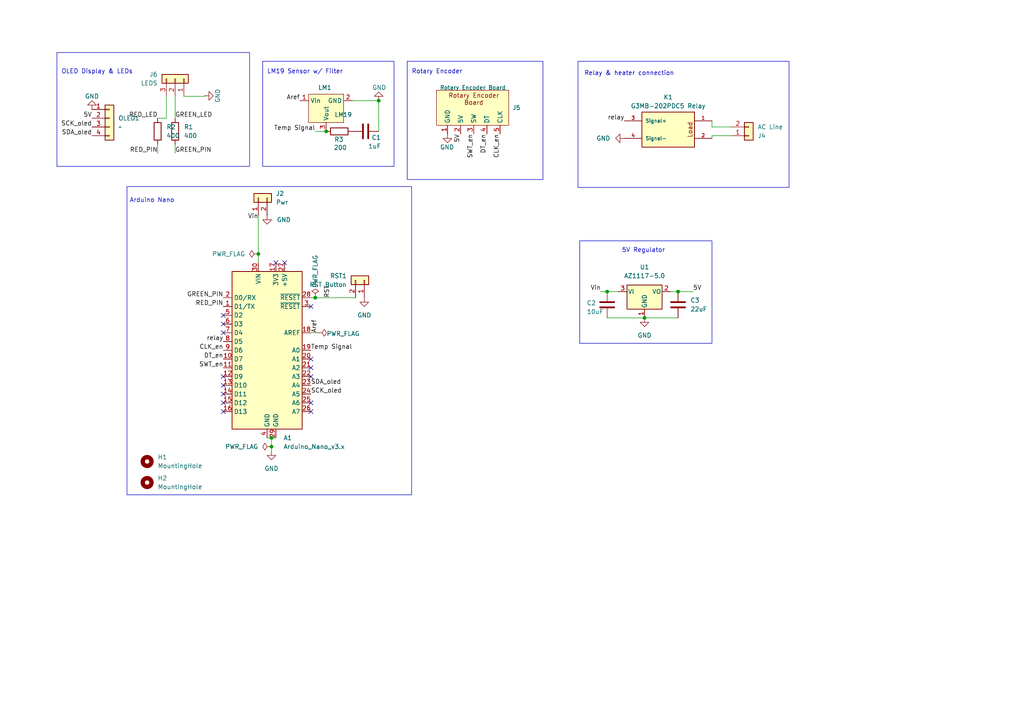
<source format=kicad_sch>
(kicad_sch (version 20230121) (generator eeschema)

  (uuid d8fc3d27-a4d8-494c-b96b-7c1398612458)

  (paper "A4")

  (lib_symbols
    (symbol "000_Thomas_Symbols:G3MB-202PDC5 Relay" (pin_names (offset 1.016)) (in_bom yes) (on_board yes)
      (property "Reference" "K" (at -0.635 6.35 0)
        (effects (font (size 1.27 1.27)) (justify left bottom))
      )
      (property "Value" "G3MB-202PDC5 Relay" (at -9.525 -6.35 0)
        (effects (font (size 1.27 1.27)) (justify left top))
      )
      (property "Footprint" "000_Thomas_Footprints:G3MB-202PDC5 Relay" (at 0 12.7 0)
        (effects (font (size 1.27 1.27)) (justify bottom) hide)
      )
      (property "Datasheet" "https://media.digikey.com/pdf/Data%20Sheets/Omron%20PDFs/G3MB.pdf" (at 1.27 9.525 0)
        (effects (font (size 1.27 1.27)) hide)
      )
      (property "STANDARD" "Manufacturer Recommendations" (at 0 17.145 0)
        (effects (font (size 1.27 1.27)) (justify bottom) hide)
      )
      (property "PARTREV" "J091-E1-1A" (at 0 10.795 0)
        (effects (font (size 1.27 1.27)) (justify bottom) hide)
      )
      (property "MAXIMUM_PACKAGE_HEIGHT" "20.5mm" (at 0 14.605 0)
        (effects (font (size 1.27 1.27)) (justify bottom) hide)
      )
      (property "MANUFACTURER" "OMRON" (at 8.255 15.24 0)
        (effects (font (size 1.27 1.27)) (justify bottom) hide)
      )
      (property "ki_description" "Solid State Relay" (at 0 0 0)
        (effects (font (size 1.27 1.27)) hide)
      )
      (symbol "G3MB-202PDC5 Relay_0_0"
        (rectangle (start -7.62 5.08) (end 7.62 -5.08)
          (stroke (width 0.254) (type default))
          (fill (type background))
        )
        (pin passive line (at 12.7 2.54 180) (length 5.08)
          (name "~" (effects (font (size 1.016 1.016))))
          (number "1" (effects (font (size 1.016 1.016))))
        )
        (pin passive line (at 12.7 -2.54 180) (length 5.08)
          (name "~" (effects (font (size 1.016 1.016))))
          (number "2" (effects (font (size 1.016 1.016))))
        )
      )
      (symbol "G3MB-202PDC5 Relay_1_0"
        (pin passive line (at -12.7 2.54 0) (length 5.08)
          (name "Signal+" (effects (font (size 1.016 1.016))))
          (number "3" (effects (font (size 1.016 1.016))))
        )
        (pin passive line (at -12.7 -2.54 0) (length 5.08)
          (name "Signal-" (effects (font (size 1.016 1.016))))
          (number "4" (effects (font (size 1.016 1.016))))
        )
      )
      (symbol "G3MB-202PDC5 Relay_1_1"
        (text "Load\n" (at 6.35 0 900)
          (effects (font (size 1.27 1.27)))
        )
      )
    )
    (symbol "000_Thomas_Symbols:LM19" (in_bom yes) (on_board yes)
      (property "Reference" "U" (at 0 0 0)
        (effects (font (size 1.27 1.27)))
      )
      (property "Value" "" (at 0 0 0)
        (effects (font (size 1.27 1.27)))
      )
      (property "Footprint" "000_Thomas_Footprints:LM19" (at 9.525 -22.225 0)
        (effects (font (size 1.27 1.27)) hide)
      )
      (property "Datasheet" "https://www.ti.com/lit/ds/symlink/lm19.pdf?HQS=dis-dk-null-digikeymode-dsf-pf-null-wwe&ts=1690457808342&ref_url=https%253A%252F%252Fwww.ti.com%252Fgeneral%252Fdocs%252Fsuppproductinfo.tsp%253FdistId%253D10%2526gotoUrl%253Dhttps%253A%252F%252Fwww.ti.com%252Flit%252Fgpn%252Flm19" (at 12.065 -19.685 0)
        (effects (font (size 1.27 1.27)) hide)
      )
      (symbol "LM19_1_1"
        (rectangle (start -5.08 -1.905) (end 5.08 -10.16)
          (stroke (width 0) (type default))
          (fill (type background))
        )
        (pin power_in line (at -7.62 -3.81 0) (length 2.54)
          (name "Vin" (effects (font (size 1.27 1.27))))
          (number "1" (effects (font (size 1.27 1.27))))
        )
        (pin power_in line (at 7.62 -3.81 180) (length 2.54)
          (name "GND" (effects (font (size 1.27 1.27))))
          (number "2" (effects (font (size 1.27 1.27))))
        )
        (pin passive line (at 0 -12.7 90) (length 2.54)
          (name "Vout" (effects (font (size 1.27 1.27))))
          (number "3" (effects (font (size 1.27 1.27))))
        )
      )
    )
    (symbol "000_Thomas_Symbols:Rotary_Encoder_Board" (in_bom yes) (on_board yes)
      (property "Reference" "J" (at 0 12.065 0)
        (effects (font (size 1.27 1.27)))
      )
      (property "Value" "Rotary Encoder Board" (at 0 10.16 0)
        (effects (font (size 1.27 1.27)))
      )
      (property "Footprint" "" (at 0 8.255 0)
        (effects (font (size 1.27 1.27)) hide)
      )
      (property "Datasheet" "" (at 0 8.255 0)
        (effects (font (size 1.27 1.27)) hide)
      )
      (property "ki_fp_filters" "PinSocket_1x05_* PinHeader_1x05_*" (at 0 0 0)
        (effects (font (size 1.27 1.27)) hide)
      )
      (symbol "Rotary_Encoder_Board_1_1"
        (rectangle (start -10.795 10.16) (end 10.16 0)
          (stroke (width 0) (type default))
          (fill (type background))
        )
        (text "Rotary Encoder\nBoard" (at 0 7.62 0)
          (effects (font (size 1.27 1.27)))
        )
        (pin power_in line (at -7.62 -2.54 90) (length 2.54)
          (name "GND" (effects (font (size 1.27 1.27))))
          (number "1" (effects (font (size 1.27 1.27))))
        )
        (pin power_in line (at -3.81 -2.54 90) (length 2.54)
          (name "5V" (effects (font (size 1.27 1.27))))
          (number "2" (effects (font (size 1.27 1.27))))
        )
        (pin passive line (at 0 -2.54 90) (length 2.54)
          (name "SW" (effects (font (size 1.27 1.27))))
          (number "3" (effects (font (size 1.27 1.27))))
        )
        (pin passive line (at 3.81 -2.54 90) (length 2.54)
          (name "DT" (effects (font (size 1.27 1.27))))
          (number "4" (effects (font (size 1.27 1.27))))
        )
        (pin passive line (at 7.62 -2.54 90) (length 2.54)
          (name "CLK" (effects (font (size 1.27 1.27))))
          (number "5" (effects (font (size 1.27 1.27))))
        )
      )
    )
    (symbol "Connector_Generic:Conn_01x02" (pin_names (offset 1.016) hide) (in_bom yes) (on_board yes)
      (property "Reference" "J" (at 0 2.54 0)
        (effects (font (size 1.27 1.27)))
      )
      (property "Value" "Conn_01x02" (at 0 -5.08 0)
        (effects (font (size 1.27 1.27)))
      )
      (property "Footprint" "" (at 0 0 0)
        (effects (font (size 1.27 1.27)) hide)
      )
      (property "Datasheet" "~" (at 0 0 0)
        (effects (font (size 1.27 1.27)) hide)
      )
      (property "ki_keywords" "connector" (at 0 0 0)
        (effects (font (size 1.27 1.27)) hide)
      )
      (property "ki_description" "Generic connector, single row, 01x02, script generated (kicad-library-utils/schlib/autogen/connector/)" (at 0 0 0)
        (effects (font (size 1.27 1.27)) hide)
      )
      (property "ki_fp_filters" "Connector*:*_1x??_*" (at 0 0 0)
        (effects (font (size 1.27 1.27)) hide)
      )
      (symbol "Conn_01x02_1_1"
        (rectangle (start -1.27 -2.413) (end 0 -2.667)
          (stroke (width 0.1524) (type default))
          (fill (type none))
        )
        (rectangle (start -1.27 0.127) (end 0 -0.127)
          (stroke (width 0.1524) (type default))
          (fill (type none))
        )
        (rectangle (start -1.27 1.27) (end 1.27 -3.81)
          (stroke (width 0.254) (type default))
          (fill (type background))
        )
        (pin passive line (at -5.08 0 0) (length 3.81)
          (name "Pin_1" (effects (font (size 1.27 1.27))))
          (number "1" (effects (font (size 1.27 1.27))))
        )
        (pin passive line (at -5.08 -2.54 0) (length 3.81)
          (name "Pin_2" (effects (font (size 1.27 1.27))))
          (number "2" (effects (font (size 1.27 1.27))))
        )
      )
    )
    (symbol "Connector_Generic:Conn_01x03" (pin_names (offset 1.016) hide) (in_bom yes) (on_board yes)
      (property "Reference" "J" (at 0 5.08 0)
        (effects (font (size 1.27 1.27)))
      )
      (property "Value" "Conn_01x03" (at 0 -5.08 0)
        (effects (font (size 1.27 1.27)))
      )
      (property "Footprint" "" (at 0 0 0)
        (effects (font (size 1.27 1.27)) hide)
      )
      (property "Datasheet" "~" (at 0 0 0)
        (effects (font (size 1.27 1.27)) hide)
      )
      (property "ki_keywords" "connector" (at 0 0 0)
        (effects (font (size 1.27 1.27)) hide)
      )
      (property "ki_description" "Generic connector, single row, 01x03, script generated (kicad-library-utils/schlib/autogen/connector/)" (at 0 0 0)
        (effects (font (size 1.27 1.27)) hide)
      )
      (property "ki_fp_filters" "Connector*:*_1x??_*" (at 0 0 0)
        (effects (font (size 1.27 1.27)) hide)
      )
      (symbol "Conn_01x03_1_1"
        (rectangle (start -1.27 -2.413) (end 0 -2.667)
          (stroke (width 0.1524) (type default))
          (fill (type none))
        )
        (rectangle (start -1.27 0.127) (end 0 -0.127)
          (stroke (width 0.1524) (type default))
          (fill (type none))
        )
        (rectangle (start -1.27 2.667) (end 0 2.413)
          (stroke (width 0.1524) (type default))
          (fill (type none))
        )
        (rectangle (start -1.27 3.81) (end 1.27 -3.81)
          (stroke (width 0.254) (type default))
          (fill (type background))
        )
        (pin passive line (at -5.08 2.54 0) (length 3.81)
          (name "Pin_1" (effects (font (size 1.27 1.27))))
          (number "1" (effects (font (size 1.27 1.27))))
        )
        (pin passive line (at -5.08 0 0) (length 3.81)
          (name "Pin_2" (effects (font (size 1.27 1.27))))
          (number "2" (effects (font (size 1.27 1.27))))
        )
        (pin passive line (at -5.08 -2.54 0) (length 3.81)
          (name "Pin_3" (effects (font (size 1.27 1.27))))
          (number "3" (effects (font (size 1.27 1.27))))
        )
      )
    )
    (symbol "Connector_Generic:Conn_01x04" (pin_names (offset 1.016) hide) (in_bom yes) (on_board yes)
      (property "Reference" "J" (at 0 5.08 0)
        (effects (font (size 1.27 1.27)))
      )
      (property "Value" "Conn_01x04" (at 0 -7.62 0)
        (effects (font (size 1.27 1.27)))
      )
      (property "Footprint" "" (at 0 0 0)
        (effects (font (size 1.27 1.27)) hide)
      )
      (property "Datasheet" "~" (at 0 0 0)
        (effects (font (size 1.27 1.27)) hide)
      )
      (property "ki_keywords" "connector" (at 0 0 0)
        (effects (font (size 1.27 1.27)) hide)
      )
      (property "ki_description" "Generic connector, single row, 01x04, script generated (kicad-library-utils/schlib/autogen/connector/)" (at 0 0 0)
        (effects (font (size 1.27 1.27)) hide)
      )
      (property "ki_fp_filters" "Connector*:*_1x??_*" (at 0 0 0)
        (effects (font (size 1.27 1.27)) hide)
      )
      (symbol "Conn_01x04_1_1"
        (rectangle (start -1.27 -4.953) (end 0 -5.207)
          (stroke (width 0.1524) (type default))
          (fill (type none))
        )
        (rectangle (start -1.27 -2.413) (end 0 -2.667)
          (stroke (width 0.1524) (type default))
          (fill (type none))
        )
        (rectangle (start -1.27 0.127) (end 0 -0.127)
          (stroke (width 0.1524) (type default))
          (fill (type none))
        )
        (rectangle (start -1.27 2.667) (end 0 2.413)
          (stroke (width 0.1524) (type default))
          (fill (type none))
        )
        (rectangle (start -1.27 3.81) (end 1.27 -6.35)
          (stroke (width 0.254) (type default))
          (fill (type background))
        )
        (pin passive line (at -5.08 2.54 0) (length 3.81)
          (name "Pin_1" (effects (font (size 1.27 1.27))))
          (number "1" (effects (font (size 1.27 1.27))))
        )
        (pin passive line (at -5.08 0 0) (length 3.81)
          (name "Pin_2" (effects (font (size 1.27 1.27))))
          (number "2" (effects (font (size 1.27 1.27))))
        )
        (pin passive line (at -5.08 -2.54 0) (length 3.81)
          (name "Pin_3" (effects (font (size 1.27 1.27))))
          (number "3" (effects (font (size 1.27 1.27))))
        )
        (pin passive line (at -5.08 -5.08 0) (length 3.81)
          (name "Pin_4" (effects (font (size 1.27 1.27))))
          (number "4" (effects (font (size 1.27 1.27))))
        )
      )
    )
    (symbol "Device:C" (pin_numbers hide) (pin_names (offset 0.254)) (in_bom yes) (on_board yes)
      (property "Reference" "C" (at 0.635 2.54 0)
        (effects (font (size 1.27 1.27)) (justify left))
      )
      (property "Value" "C" (at 0.635 -2.54 0)
        (effects (font (size 1.27 1.27)) (justify left))
      )
      (property "Footprint" "" (at 0.9652 -3.81 0)
        (effects (font (size 1.27 1.27)) hide)
      )
      (property "Datasheet" "~" (at 0 0 0)
        (effects (font (size 1.27 1.27)) hide)
      )
      (property "ki_keywords" "cap capacitor" (at 0 0 0)
        (effects (font (size 1.27 1.27)) hide)
      )
      (property "ki_description" "Unpolarized capacitor" (at 0 0 0)
        (effects (font (size 1.27 1.27)) hide)
      )
      (property "ki_fp_filters" "C_*" (at 0 0 0)
        (effects (font (size 1.27 1.27)) hide)
      )
      (symbol "C_0_1"
        (polyline
          (pts
            (xy -2.032 -0.762)
            (xy 2.032 -0.762)
          )
          (stroke (width 0.508) (type default))
          (fill (type none))
        )
        (polyline
          (pts
            (xy -2.032 0.762)
            (xy 2.032 0.762)
          )
          (stroke (width 0.508) (type default))
          (fill (type none))
        )
      )
      (symbol "C_1_1"
        (pin passive line (at 0 3.81 270) (length 2.794)
          (name "~" (effects (font (size 1.27 1.27))))
          (number "1" (effects (font (size 1.27 1.27))))
        )
        (pin passive line (at 0 -3.81 90) (length 2.794)
          (name "~" (effects (font (size 1.27 1.27))))
          (number "2" (effects (font (size 1.27 1.27))))
        )
      )
    )
    (symbol "Device:R" (pin_numbers hide) (pin_names (offset 0)) (in_bom yes) (on_board yes)
      (property "Reference" "R" (at 2.032 0 90)
        (effects (font (size 1.27 1.27)))
      )
      (property "Value" "R" (at 0 0 90)
        (effects (font (size 1.27 1.27)))
      )
      (property "Footprint" "" (at -1.778 0 90)
        (effects (font (size 1.27 1.27)) hide)
      )
      (property "Datasheet" "~" (at 0 0 0)
        (effects (font (size 1.27 1.27)) hide)
      )
      (property "ki_keywords" "R res resistor" (at 0 0 0)
        (effects (font (size 1.27 1.27)) hide)
      )
      (property "ki_description" "Resistor" (at 0 0 0)
        (effects (font (size 1.27 1.27)) hide)
      )
      (property "ki_fp_filters" "R_*" (at 0 0 0)
        (effects (font (size 1.27 1.27)) hide)
      )
      (symbol "R_0_1"
        (rectangle (start -1.016 -2.54) (end 1.016 2.54)
          (stroke (width 0.254) (type default))
          (fill (type none))
        )
      )
      (symbol "R_1_1"
        (pin passive line (at 0 3.81 270) (length 1.27)
          (name "~" (effects (font (size 1.27 1.27))))
          (number "1" (effects (font (size 1.27 1.27))))
        )
        (pin passive line (at 0 -3.81 90) (length 1.27)
          (name "~" (effects (font (size 1.27 1.27))))
          (number "2" (effects (font (size 1.27 1.27))))
        )
      )
    )
    (symbol "MCU_Module:Arduino_Nano_v3.x" (in_bom yes) (on_board yes)
      (property "Reference" "A" (at -10.16 23.495 0)
        (effects (font (size 1.27 1.27)) (justify left bottom))
      )
      (property "Value" "Arduino_Nano_v3.x" (at 5.08 -24.13 0)
        (effects (font (size 1.27 1.27)) (justify left top))
      )
      (property "Footprint" "Module:Arduino_Nano" (at 0 0 0)
        (effects (font (size 1.27 1.27) italic) hide)
      )
      (property "Datasheet" "http://www.mouser.com/pdfdocs/Gravitech_Arduino_Nano3_0.pdf" (at 0 0 0)
        (effects (font (size 1.27 1.27)) hide)
      )
      (property "ki_keywords" "Arduino nano microcontroller module USB" (at 0 0 0)
        (effects (font (size 1.27 1.27)) hide)
      )
      (property "ki_description" "Arduino Nano v3.x" (at 0 0 0)
        (effects (font (size 1.27 1.27)) hide)
      )
      (property "ki_fp_filters" "Arduino*Nano*" (at 0 0 0)
        (effects (font (size 1.27 1.27)) hide)
      )
      (symbol "Arduino_Nano_v3.x_0_1"
        (rectangle (start -10.16 22.86) (end 10.16 -22.86)
          (stroke (width 0.254) (type default))
          (fill (type background))
        )
      )
      (symbol "Arduino_Nano_v3.x_1_1"
        (pin bidirectional line (at -12.7 12.7 0) (length 2.54)
          (name "D1/TX" (effects (font (size 1.27 1.27))))
          (number "1" (effects (font (size 1.27 1.27))))
        )
        (pin bidirectional line (at -12.7 -2.54 0) (length 2.54)
          (name "D7" (effects (font (size 1.27 1.27))))
          (number "10" (effects (font (size 1.27 1.27))))
        )
        (pin bidirectional line (at -12.7 -5.08 0) (length 2.54)
          (name "D8" (effects (font (size 1.27 1.27))))
          (number "11" (effects (font (size 1.27 1.27))))
        )
        (pin bidirectional line (at -12.7 -7.62 0) (length 2.54)
          (name "D9" (effects (font (size 1.27 1.27))))
          (number "12" (effects (font (size 1.27 1.27))))
        )
        (pin bidirectional line (at -12.7 -10.16 0) (length 2.54)
          (name "D10" (effects (font (size 1.27 1.27))))
          (number "13" (effects (font (size 1.27 1.27))))
        )
        (pin bidirectional line (at -12.7 -12.7 0) (length 2.54)
          (name "D11" (effects (font (size 1.27 1.27))))
          (number "14" (effects (font (size 1.27 1.27))))
        )
        (pin bidirectional line (at -12.7 -15.24 0) (length 2.54)
          (name "D12" (effects (font (size 1.27 1.27))))
          (number "15" (effects (font (size 1.27 1.27))))
        )
        (pin bidirectional line (at -12.7 -17.78 0) (length 2.54)
          (name "D13" (effects (font (size 1.27 1.27))))
          (number "16" (effects (font (size 1.27 1.27))))
        )
        (pin power_out line (at 2.54 25.4 270) (length 2.54)
          (name "3V3" (effects (font (size 1.27 1.27))))
          (number "17" (effects (font (size 1.27 1.27))))
        )
        (pin input line (at 12.7 5.08 180) (length 2.54)
          (name "AREF" (effects (font (size 1.27 1.27))))
          (number "18" (effects (font (size 1.27 1.27))))
        )
        (pin bidirectional line (at 12.7 0 180) (length 2.54)
          (name "A0" (effects (font (size 1.27 1.27))))
          (number "19" (effects (font (size 1.27 1.27))))
        )
        (pin bidirectional line (at -12.7 15.24 0) (length 2.54)
          (name "D0/RX" (effects (font (size 1.27 1.27))))
          (number "2" (effects (font (size 1.27 1.27))))
        )
        (pin bidirectional line (at 12.7 -2.54 180) (length 2.54)
          (name "A1" (effects (font (size 1.27 1.27))))
          (number "20" (effects (font (size 1.27 1.27))))
        )
        (pin bidirectional line (at 12.7 -5.08 180) (length 2.54)
          (name "A2" (effects (font (size 1.27 1.27))))
          (number "21" (effects (font (size 1.27 1.27))))
        )
        (pin bidirectional line (at 12.7 -7.62 180) (length 2.54)
          (name "A3" (effects (font (size 1.27 1.27))))
          (number "22" (effects (font (size 1.27 1.27))))
        )
        (pin bidirectional line (at 12.7 -10.16 180) (length 2.54)
          (name "A4" (effects (font (size 1.27 1.27))))
          (number "23" (effects (font (size 1.27 1.27))))
        )
        (pin bidirectional line (at 12.7 -12.7 180) (length 2.54)
          (name "A5" (effects (font (size 1.27 1.27))))
          (number "24" (effects (font (size 1.27 1.27))))
        )
        (pin bidirectional line (at 12.7 -15.24 180) (length 2.54)
          (name "A6" (effects (font (size 1.27 1.27))))
          (number "25" (effects (font (size 1.27 1.27))))
        )
        (pin bidirectional line (at 12.7 -17.78 180) (length 2.54)
          (name "A7" (effects (font (size 1.27 1.27))))
          (number "26" (effects (font (size 1.27 1.27))))
        )
        (pin power_out line (at 5.08 25.4 270) (length 2.54)
          (name "+5V" (effects (font (size 1.27 1.27))))
          (number "27" (effects (font (size 1.27 1.27))))
        )
        (pin input line (at 12.7 15.24 180) (length 2.54)
          (name "~{RESET}" (effects (font (size 1.27 1.27))))
          (number "28" (effects (font (size 1.27 1.27))))
        )
        (pin power_in line (at 2.54 -25.4 90) (length 2.54)
          (name "GND" (effects (font (size 1.27 1.27))))
          (number "29" (effects (font (size 1.27 1.27))))
        )
        (pin input line (at 12.7 12.7 180) (length 2.54)
          (name "~{RESET}" (effects (font (size 1.27 1.27))))
          (number "3" (effects (font (size 1.27 1.27))))
        )
        (pin power_in line (at -2.54 25.4 270) (length 2.54)
          (name "VIN" (effects (font (size 1.27 1.27))))
          (number "30" (effects (font (size 1.27 1.27))))
        )
        (pin power_in line (at 0 -25.4 90) (length 2.54)
          (name "GND" (effects (font (size 1.27 1.27))))
          (number "4" (effects (font (size 1.27 1.27))))
        )
        (pin bidirectional line (at -12.7 10.16 0) (length 2.54)
          (name "D2" (effects (font (size 1.27 1.27))))
          (number "5" (effects (font (size 1.27 1.27))))
        )
        (pin bidirectional line (at -12.7 7.62 0) (length 2.54)
          (name "D3" (effects (font (size 1.27 1.27))))
          (number "6" (effects (font (size 1.27 1.27))))
        )
        (pin bidirectional line (at -12.7 5.08 0) (length 2.54)
          (name "D4" (effects (font (size 1.27 1.27))))
          (number "7" (effects (font (size 1.27 1.27))))
        )
        (pin bidirectional line (at -12.7 2.54 0) (length 2.54)
          (name "D5" (effects (font (size 1.27 1.27))))
          (number "8" (effects (font (size 1.27 1.27))))
        )
        (pin bidirectional line (at -12.7 0 0) (length 2.54)
          (name "D6" (effects (font (size 1.27 1.27))))
          (number "9" (effects (font (size 1.27 1.27))))
        )
      )
    )
    (symbol "Mechanical:MountingHole" (pin_names (offset 1.016)) (in_bom yes) (on_board yes)
      (property "Reference" "H" (at 0 5.08 0)
        (effects (font (size 1.27 1.27)))
      )
      (property "Value" "MountingHole" (at 0 3.175 0)
        (effects (font (size 1.27 1.27)))
      )
      (property "Footprint" "" (at 0 0 0)
        (effects (font (size 1.27 1.27)) hide)
      )
      (property "Datasheet" "~" (at 0 0 0)
        (effects (font (size 1.27 1.27)) hide)
      )
      (property "ki_keywords" "mounting hole" (at 0 0 0)
        (effects (font (size 1.27 1.27)) hide)
      )
      (property "ki_description" "Mounting Hole without connection" (at 0 0 0)
        (effects (font (size 1.27 1.27)) hide)
      )
      (property "ki_fp_filters" "MountingHole*" (at 0 0 0)
        (effects (font (size 1.27 1.27)) hide)
      )
      (symbol "MountingHole_0_1"
        (circle (center 0 0) (radius 1.27)
          (stroke (width 1.27) (type default))
          (fill (type none))
        )
      )
    )
    (symbol "Regulator_Linear:AZ1117-5.0" (pin_names (offset 0.254)) (in_bom yes) (on_board yes)
      (property "Reference" "U" (at -3.81 3.175 0)
        (effects (font (size 1.27 1.27)))
      )
      (property "Value" "AZ1117-5.0" (at 0 3.175 0)
        (effects (font (size 1.27 1.27)) (justify left))
      )
      (property "Footprint" "" (at 0 6.35 0)
        (effects (font (size 1.27 1.27) italic) hide)
      )
      (property "Datasheet" "https://www.diodes.com/assets/Datasheets/AZ1117.pdf" (at 0 0 0)
        (effects (font (size 1.27 1.27)) hide)
      )
      (property "ki_keywords" "Fixed Voltage Regulator 1A Positive LDO" (at 0 0 0)
        (effects (font (size 1.27 1.27)) hide)
      )
      (property "ki_description" "1A 20V Fixed LDO Linear Regulator, 5.0V, SOT-89/SOT-223/TO-220/TO-252/TO-263" (at 0 0 0)
        (effects (font (size 1.27 1.27)) hide)
      )
      (property "ki_fp_filters" "SOT?223* SOT?89* TO?220* TO?252* TO?263*" (at 0 0 0)
        (effects (font (size 1.27 1.27)) hide)
      )
      (symbol "AZ1117-5.0_0_1"
        (rectangle (start -5.08 1.905) (end 5.08 -5.08)
          (stroke (width 0.254) (type default))
          (fill (type background))
        )
      )
      (symbol "AZ1117-5.0_1_1"
        (pin power_in line (at 0 -7.62 90) (length 2.54)
          (name "GND" (effects (font (size 1.27 1.27))))
          (number "1" (effects (font (size 1.27 1.27))))
        )
        (pin power_out line (at 7.62 0 180) (length 2.54)
          (name "VO" (effects (font (size 1.27 1.27))))
          (number "2" (effects (font (size 1.27 1.27))))
        )
        (pin power_in line (at -7.62 0 0) (length 2.54)
          (name "VI" (effects (font (size 1.27 1.27))))
          (number "3" (effects (font (size 1.27 1.27))))
        )
      )
    )
    (symbol "power:GND" (power) (pin_names (offset 0)) (in_bom yes) (on_board yes)
      (property "Reference" "#PWR" (at 0 -6.35 0)
        (effects (font (size 1.27 1.27)) hide)
      )
      (property "Value" "GND" (at 0 -3.81 0)
        (effects (font (size 1.27 1.27)))
      )
      (property "Footprint" "" (at 0 0 0)
        (effects (font (size 1.27 1.27)) hide)
      )
      (property "Datasheet" "" (at 0 0 0)
        (effects (font (size 1.27 1.27)) hide)
      )
      (property "ki_keywords" "global power" (at 0 0 0)
        (effects (font (size 1.27 1.27)) hide)
      )
      (property "ki_description" "Power symbol creates a global label with name \"GND\" , ground" (at 0 0 0)
        (effects (font (size 1.27 1.27)) hide)
      )
      (symbol "GND_0_1"
        (polyline
          (pts
            (xy 0 0)
            (xy 0 -1.27)
            (xy 1.27 -1.27)
            (xy 0 -2.54)
            (xy -1.27 -1.27)
            (xy 0 -1.27)
          )
          (stroke (width 0) (type default))
          (fill (type none))
        )
      )
      (symbol "GND_1_1"
        (pin power_in line (at 0 0 270) (length 0) hide
          (name "GND" (effects (font (size 1.27 1.27))))
          (number "1" (effects (font (size 1.27 1.27))))
        )
      )
    )
    (symbol "power:PWR_FLAG" (power) (pin_numbers hide) (pin_names (offset 0) hide) (in_bom yes) (on_board yes)
      (property "Reference" "#FLG" (at 0 1.905 0)
        (effects (font (size 1.27 1.27)) hide)
      )
      (property "Value" "PWR_FLAG" (at 0 3.81 0)
        (effects (font (size 1.27 1.27)))
      )
      (property "Footprint" "" (at 0 0 0)
        (effects (font (size 1.27 1.27)) hide)
      )
      (property "Datasheet" "~" (at 0 0 0)
        (effects (font (size 1.27 1.27)) hide)
      )
      (property "ki_keywords" "flag power" (at 0 0 0)
        (effects (font (size 1.27 1.27)) hide)
      )
      (property "ki_description" "Special symbol for telling ERC where power comes from" (at 0 0 0)
        (effects (font (size 1.27 1.27)) hide)
      )
      (symbol "PWR_FLAG_0_0"
        (pin power_out line (at 0 0 90) (length 0)
          (name "pwr" (effects (font (size 1.27 1.27))))
          (number "1" (effects (font (size 1.27 1.27))))
        )
      )
      (symbol "PWR_FLAG_0_1"
        (polyline
          (pts
            (xy 0 0)
            (xy 0 1.27)
            (xy -1.016 1.905)
            (xy 0 2.54)
            (xy 1.016 1.905)
            (xy 0 1.27)
          )
          (stroke (width 0) (type default))
          (fill (type none))
        )
      )
    )
  )

  (junction (at 196.6666 84.582) (diameter 0) (color 0 0 0 0)
    (uuid 0b5c521b-a6c2-4ce2-9f12-dc844d0ca785)
  )
  (junction (at 91.44 86.36) (diameter 0) (color 0 0 0 0)
    (uuid 0c548a2b-f98b-4c5b-a2d5-345466764bb3)
  )
  (junction (at 78.74 127) (diameter 0) (color 0 0 0 0)
    (uuid 37498f78-567f-48f0-bfaa-0c52c5e0ebd2)
  )
  (junction (at 176.1055 84.582) (diameter 0) (color 0 0 0 0)
    (uuid 62f8747a-ede7-4ee8-b808-fac9539c9101)
  )
  (junction (at 94.6058 38.1) (diameter 0) (color 0 0 0 0)
    (uuid 6aefc41d-c608-4437-a895-fe4a6a036621)
  )
  (junction (at 78.74 129.54) (diameter 0) (color 0 0 0 0)
    (uuid 99995f9d-8e7d-46ed-bcd8-bcac3fdb4444)
  )
  (junction (at 109.8458 29.21) (diameter 0) (color 0 0 0 0)
    (uuid cacaf282-216e-42e7-93a7-6e5726f6bfdd)
  )
  (junction (at 186.944 92.202) (diameter 0) (color 0 0 0 0)
    (uuid d68a70ff-1407-4856-b608-9d2116f4050f)
  )
  (junction (at 74.93 73.66) (diameter 0) (color 0 0 0 0)
    (uuid f33b59cd-46c5-488a-a397-772df2dc933a)
  )

  (no_connect (at 80.01 76.2) (uuid 07e57168-61cd-4049-80d3-93e71b356d7d))
  (no_connect (at 90.17 109.22) (uuid 0e3578fb-43af-4eeb-b577-080fb9123afd))
  (no_connect (at 90.17 116.84) (uuid 2391a9f2-7bbd-42e3-b203-496a2e400346))
  (no_connect (at 64.77 114.3) (uuid 3c1dcf83-8b98-45e4-8fdd-4313f52ae864))
  (no_connect (at 90.17 104.14) (uuid 4bae8804-51f8-4193-a812-9b21de8ca39d))
  (no_connect (at 64.77 119.38) (uuid 4c487969-6160-4b7a-af70-bdd19afc26f6))
  (no_connect (at 64.77 109.22) (uuid 6544673e-5bc5-44e9-8356-e8ae9b637056))
  (no_connect (at 90.17 119.38) (uuid 816913c1-f462-486e-bc07-3f2ae9a414f8))
  (no_connect (at 64.77 116.84) (uuid 83e07b47-496e-401b-a96e-ecfbf7b5545b))
  (no_connect (at 90.17 88.9) (uuid aafa565c-4d75-44f2-b9d9-4797b4c852cb))
  (no_connect (at 64.77 111.76) (uuid ab8a5f9b-e2e4-44d2-89ee-da920215f110))
  (no_connect (at 90.17 106.68) (uuid bf987a1a-fe6e-4916-8896-a6e7c4b0dee7))
  (no_connect (at 82.55 76.2) (uuid c197c83b-f0f9-4e57-b350-9d7765647ce3))
  (no_connect (at 64.77 96.52) (uuid e0865f46-9204-446c-b7b3-d4d7bdea9d6b))
  (no_connect (at 64.77 91.44) (uuid e5c2e6c4-77d8-4b29-9a0c-661604769898))
  (no_connect (at 64.77 93.98) (uuid e76dfeca-685e-4711-9e50-90476e252be0))

  (wire (pts (xy 102.2258 29.21) (xy 109.8458 29.21))
    (stroke (width 0) (type default))
    (uuid 077c9894-19fa-43df-aea5-f73ef03a4209)
  )
  (wire (pts (xy 53.34 27.94) (xy 59.3193 27.94))
    (stroke (width 0) (type default))
    (uuid 0b43ef19-497f-4de8-a092-405006bbe45c)
  )
  (wire (pts (xy 194.564 84.582) (xy 196.6666 84.582))
    (stroke (width 0) (type default))
    (uuid 0f7457b3-8f03-4e14-a0df-40638f935471)
  )
  (wire (pts (xy 50.8 41.91) (xy 50.8 44.45))
    (stroke (width 0) (type default))
    (uuid 136315f5-26a7-48e4-b9a2-00ceb245132f)
  )
  (wire (pts (xy 74.93 73.66) (xy 74.93 76.2))
    (stroke (width 0) (type default))
    (uuid 22ff90d3-a183-4240-953e-8a4f32481ab1)
  )
  (wire (pts (xy 196.6666 84.582) (xy 200.9823 84.582))
    (stroke (width 0) (type default))
    (uuid 2b2cdd1c-931a-4138-bc12-f26ef47350b6)
  )
  (wire (pts (xy 50.8 27.94) (xy 50.8 34.29))
    (stroke (width 0) (type default))
    (uuid 427bb056-341a-4a87-8608-3aa8757474c2)
  )
  (wire (pts (xy 48.26 34.29) (xy 45.72 34.29))
    (stroke (width 0) (type default))
    (uuid 459c7292-c315-42a7-a01a-542d0ab92b1e)
  )
  (wire (pts (xy 174.2889 84.582) (xy 174.2889 84.4873))
    (stroke (width 0) (type default))
    (uuid 5598f9bb-ac1a-4519-bf9f-b6b7a16eecb9)
  )
  (wire (pts (xy 78.74 127) (xy 78.74 129.54))
    (stroke (width 0) (type default))
    (uuid 5a4ff3c9-0811-4493-8596-1cec7ffa4a0b)
  )
  (wire (pts (xy 109.8458 29.21) (xy 109.8458 38.1))
    (stroke (width 0) (type default))
    (uuid 5e823b1e-ec79-459a-bfb5-a335a8035691)
  )
  (wire (pts (xy 212.09 39.37) (xy 206.502 39.37))
    (stroke (width 0) (type default))
    (uuid 67799f56-4ee9-4330-a612-24f0f82e92d4)
  )
  (wire (pts (xy 48.26 27.94) (xy 48.26 34.29))
    (stroke (width 0) (type default))
    (uuid 74a04dda-e1a1-4a11-ae28-a8fc324da1f6)
  )
  (wire (pts (xy 74.93 62.484) (xy 74.93 73.66))
    (stroke (width 0) (type default))
    (uuid 774c7028-00f0-4081-a19c-ca97123bb663)
  )
  (wire (pts (xy 206.502 39.37) (xy 206.502 40.132))
    (stroke (width 0) (type default))
    (uuid 8a11c38e-e846-4b7f-913e-3730490b59cf)
  )
  (wire (pts (xy 206.502 35.052) (xy 206.502 36.83))
    (stroke (width 0) (type default))
    (uuid 8a3bb433-3fb8-483f-94de-a564a8e419f1)
  )
  (wire (pts (xy 90.17 96.52) (xy 92.1523 96.52))
    (stroke (width 0) (type default))
    (uuid 8de96fda-b964-49ae-ac09-c866f7cad69b)
  )
  (wire (pts (xy 176.1055 92.202) (xy 186.944 92.202))
    (stroke (width 0) (type default))
    (uuid 944405b1-d304-4874-bf6b-71259df6355b)
  )
  (wire (pts (xy 78.74 127) (xy 80.01 127))
    (stroke (width 0) (type default))
    (uuid 960e3ed5-25f5-450b-a528-51095a6a2d47)
  )
  (wire (pts (xy 91.44 86.36) (xy 103.124 86.36))
    (stroke (width 0) (type default))
    (uuid 992f8a7d-da20-40f3-a1c8-6dcd0379e773)
  )
  (wire (pts (xy 91.44 38.1) (xy 94.6058 38.1))
    (stroke (width 0) (type default))
    (uuid a49a1b7e-6a32-49c8-8f99-f942f7d1c95e)
  )
  (wire (pts (xy 77.47 127) (xy 78.74 127))
    (stroke (width 0) (type default))
    (uuid aad5cd68-2ef9-4140-8541-82004aaab137)
  )
  (wire (pts (xy 206.502 36.83) (xy 212.09 36.83))
    (stroke (width 0) (type default))
    (uuid ab3a7b8d-97fa-4acd-8d11-99da46a95f8a)
  )
  (wire (pts (xy 90.17 86.36) (xy 91.44 86.36))
    (stroke (width 0) (type default))
    (uuid cf5334f6-0e22-45f9-bbe5-24d6b6c021ee)
  )
  (wire (pts (xy 200.9823 84.582) (xy 200.9823 84.4873))
    (stroke (width 0) (type default))
    (uuid d1c6bf41-20e8-4a67-8e01-97f3713b51ad)
  )
  (wire (pts (xy 59.3193 27.94) (xy 59.3193 27.7898))
    (stroke (width 0) (type default))
    (uuid d73274ba-fc1d-4ad6-b563-cd2524dc0926)
  )
  (wire (pts (xy 186.944 92.202) (xy 196.6666 92.202))
    (stroke (width 0) (type default))
    (uuid ee1d924b-9b89-4db0-8519-fee6af88efdf)
  )
  (wire (pts (xy 45.72 41.91) (xy 45.72 44.45))
    (stroke (width 0) (type default))
    (uuid f0263045-9a09-47dc-a0a5-39ab4f47df68)
  )
  (wire (pts (xy 78.74 129.54) (xy 78.74 130.81))
    (stroke (width 0) (type default))
    (uuid f0c1b382-ba57-4833-ba28-66d7a3b1b939)
  )
  (wire (pts (xy 179.324 84.582) (xy 176.1055 84.582))
    (stroke (width 0) (type default))
    (uuid f3e40f91-4dc8-4fc6-a4d2-9152ba9206a7)
  )
  (wire (pts (xy 176.1055 84.582) (xy 174.2889 84.582))
    (stroke (width 0) (type default))
    (uuid f6312260-7690-4009-8bb2-fd155e6760a4)
  )

  (rectangle (start 76.1908 17.78) (end 114.2908 48.26)
    (stroke (width 0) (type default))
    (fill (type none))
    (uuid 0d57b5b0-ce73-4f67-b7f3-8956d471f20a)
  )
  (rectangle (start 168.148 69.85) (end 206.502 99.568)
    (stroke (width 0) (type default))
    (fill (type none))
    (uuid 64fdb5ae-841a-42b0-b1a1-f97af8fd93fa)
  )
  (rectangle (start 118.11 17.78) (end 157.48 52.07)
    (stroke (width 0) (type default))
    (fill (type none))
    (uuid 65fe9665-595b-4b79-8399-dda9d58fe136)
  )
  (rectangle (start 16.51 15.24) (end 72.39 48.26)
    (stroke (width 0) (type default))
    (fill (type none))
    (uuid 6f48506e-5ea1-4155-a5b6-0d38a56b8ddb)
  )
  (rectangle (start 36.83 54.102) (end 119.38 143.51)
    (stroke (width 0) (type default))
    (fill (type none))
    (uuid cd66eb11-144a-4ca4-a539-50277fee41fa)
  )
  (rectangle (start 167.64 17.78) (end 228.854 54.356)
    (stroke (width 0) (type default))
    (fill (type none))
    (uuid d4c3af15-f0c2-431e-84e3-36388b98c255)
  )

  (text "Arduino Nano" (at 37.592 58.928 0)
    (effects (font (size 1.27 1.27)) (justify left bottom))
    (uuid 28b5de50-00e7-40bd-94cb-b10e2eef12c4)
  )
  (text "5V Regulator" (at 180.34 73.406 0)
    (effects (font (size 1.27 1.27)) (justify left bottom))
    (uuid 3fb9c30d-a32d-477b-938f-4eed2e9be3e9)
  )
  (text "OLED Display & LEDs" (at 17.78 21.59 0)
    (effects (font (size 1.27 1.27)) (justify left bottom))
    (uuid 69bfcc53-797a-4e18-80cc-accc58f05379)
  )
  (text "Rotary Encoder" (at 119.38 21.59 0)
    (effects (font (size 1.27 1.27)) (justify left bottom))
    (uuid 75db3a0e-d29a-45d9-aa51-81965d960472)
  )
  (text "Relay & heater connection" (at 169.418 22.098 0)
    (effects (font (size 1.27 1.27)) (justify left bottom))
    (uuid 9b41d1a9-388b-4114-b028-5e38f6b131ac)
  )
  (text "LM19 Sensor w/ Filter" (at 77.4608 21.59 0)
    (effects (font (size 1.27 1.27)) (justify left bottom))
    (uuid b8d42f05-70a4-416c-b436-4304b50b57f4)
  )

  (label "5V" (at 200.9823 84.4873 0) (fields_autoplaced)
    (effects (font (size 1.27 1.27)) (justify left bottom))
    (uuid 048333aa-a6f8-4170-bbe6-ced5ee231179)
  )
  (label "Vin" (at 174.2889 84.4873 180) (fields_autoplaced)
    (effects (font (size 1.27 1.27)) (justify right bottom))
    (uuid 0c10a135-d77e-496d-b6d5-6d313dac960b)
  )
  (label "SDA_oled" (at 90.17 111.76 0) (fields_autoplaced)
    (effects (font (size 1.27 1.27)) (justify left bottom))
    (uuid 0fd1eb5d-58d5-4809-857e-19346daf7e8a)
  )
  (label "DT_en" (at 64.77 104.14 180) (fields_autoplaced)
    (effects (font (size 1.27 1.27)) (justify right bottom))
    (uuid 13811adc-8602-439c-8ebe-628eda301b4a)
  )
  (label "SWT_en" (at 137.414 38.862 270) (fields_autoplaced)
    (effects (font (size 1.27 1.27)) (justify right bottom))
    (uuid 363b1b61-b18e-460b-99a1-3562c61ccd1b)
  )
  (label "DT_en" (at 141.224 38.862 270) (fields_autoplaced)
    (effects (font (size 1.27 1.27)) (justify right bottom))
    (uuid 38da3e4f-73d3-459f-99f7-ece46a5186bd)
  )
  (label "SWT_en" (at 64.77 106.68 180) (fields_autoplaced)
    (effects (font (size 1.27 1.27)) (justify right bottom))
    (uuid 40108143-046c-4190-9a77-13cf70dabb97)
  )
  (label "SCK_oled" (at 90.17 114.3 0) (fields_autoplaced)
    (effects (font (size 1.27 1.27)) (justify left bottom))
    (uuid 42da6739-0ade-4e5d-a4c3-34e6cac71476)
  )
  (label "CLK_en" (at 145.034 38.862 270) (fields_autoplaced)
    (effects (font (size 1.27 1.27)) (justify right bottom))
    (uuid 6a257c19-8122-40d1-80f0-7bfcfa7089dc)
  )
  (label "Temp Signal" (at 90.17 101.6 0) (fields_autoplaced)
    (effects (font (size 1.27 1.27)) (justify left bottom))
    (uuid 6aa998ff-34ae-41f7-b11b-9c883a0d22e8)
  )
  (label "relay" (at 181.102 35.052 180) (fields_autoplaced)
    (effects (font (size 1.27 1.27)) (justify right bottom))
    (uuid 79205bfe-b154-46e4-ab55-7480118b8ffa)
  )
  (label "Aref" (at 92.1523 96.52 90) (fields_autoplaced)
    (effects (font (size 1.27 1.27)) (justify left bottom))
    (uuid 7a803d0a-aa21-4f72-952c-11b62f4575a2)
  )
  (label "GREEN_LED" (at 50.8 34.29 0) (fields_autoplaced)
    (effects (font (size 1.27 1.27)) (justify left bottom))
    (uuid 7daf3508-443d-41b7-b5cc-ab596b9677f9)
  )
  (label "Vin" (at 74.93 63.7178 180) (fields_autoplaced)
    (effects (font (size 1.27 1.27)) (justify right bottom))
    (uuid 843fb23b-33a0-4fcc-b0f1-1b427a51076e)
  )
  (label "RED_PIN" (at 64.77 88.9 180) (fields_autoplaced)
    (effects (font (size 1.27 1.27)) (justify right bottom))
    (uuid 8e2d08ff-eee7-43db-a08f-9ffcd5c2bd67)
  )
  (label "GREEN_PIN" (at 64.77 86.36 180) (fields_autoplaced)
    (effects (font (size 1.27 1.27)) (justify right bottom))
    (uuid 906e2397-fe38-40e1-8d6a-3f192de90c60)
  )
  (label "RST" (at 95.86 86.36 90) (fields_autoplaced)
    (effects (font (size 1.27 1.27)) (justify left bottom))
    (uuid 91f067e8-3913-49a8-b39f-894f3b3858f9)
  )
  (label "CLK_en" (at 64.77 101.6 180) (fields_autoplaced)
    (effects (font (size 1.27 1.27)) (justify right bottom))
    (uuid 9272c2c1-113e-4c05-8c2a-120bf076a076)
  )
  (label "SDA_oled" (at 26.67 39.37 180) (fields_autoplaced)
    (effects (font (size 1.27 1.27)) (justify right bottom))
    (uuid a62d5b42-0a6a-4c68-91d8-f9a116e9ad48)
  )
  (label "Aref" (at 86.9858 29.21 180) (fields_autoplaced)
    (effects (font (size 1.27 1.27)) (justify right bottom))
    (uuid abb53203-f22c-4f0f-8c46-4f32bc1041d8)
  )
  (label "RED_PIN" (at 45.72 44.45 180) (fields_autoplaced)
    (effects (font (size 1.27 1.27)) (justify right bottom))
    (uuid ac2a9912-3b7b-4b93-bf70-d6cf3dc486a6)
  )
  (label "SCK_oled" (at 26.67 36.83 180) (fields_autoplaced)
    (effects (font (size 1.27 1.27)) (justify right bottom))
    (uuid ae699eba-2b01-4ab6-83a3-4e3532dc2aca)
  )
  (label "5V" (at 133.604 38.862 270) (fields_autoplaced)
    (effects (font (size 1.27 1.27)) (justify right bottom))
    (uuid b5369d71-966f-4611-9f39-be9a0bc149bd)
  )
  (label "GREEN_PIN" (at 50.8 44.45 0) (fields_autoplaced)
    (effects (font (size 1.27 1.27)) (justify left bottom))
    (uuid bfbc68f2-78e7-49f2-8933-5eeba10fbf64)
  )
  (label "RED_LED" (at 45.72 34.29 180) (fields_autoplaced)
    (effects (font (size 1.27 1.27)) (justify right bottom))
    (uuid c4d0ab5a-975d-4acc-abea-4c9f1a928fc0)
  )
  (label "Temp Signal" (at 91.44 38.1 180) (fields_autoplaced)
    (effects (font (size 1.27 1.27)) (justify right bottom))
    (uuid c530567c-c017-4689-9675-eedf94e879ff)
  )
  (label "5V" (at 26.67 34.29 180) (fields_autoplaced)
    (effects (font (size 1.27 1.27)) (justify right bottom))
    (uuid e14b3f01-fbd3-4525-8f7e-4357fe0fae61)
  )
  (label "relay" (at 64.77 99.06 180) (fields_autoplaced)
    (effects (font (size 1.27 1.27)) (justify right bottom))
    (uuid f305c168-5ebd-4513-86b4-3d257a15a23e)
  )

  (symbol (lib_id "power:GND") (at 105.664 86.36 0) (unit 1)
    (in_bom yes) (on_board yes) (dnp no) (fields_autoplaced)
    (uuid 197e45bb-191c-4360-9dec-b5192afdf288)
    (property "Reference" "#PWR06" (at 105.664 92.71 0)
      (effects (font (size 1.27 1.27)) hide)
    )
    (property "Value" "GND" (at 105.664 91.44 0)
      (effects (font (size 1.27 1.27)))
    )
    (property "Footprint" "" (at 105.664 86.36 0)
      (effects (font (size 1.27 1.27)) hide)
    )
    (property "Datasheet" "" (at 105.664 86.36 0)
      (effects (font (size 1.27 1.27)) hide)
    )
    (pin "1" (uuid b95f3b4c-e57c-4005-aaaf-c1df88183aab))
    (instances
      (project "Temperature Controller Board"
        (path "/d8fc3d27-a4d8-494c-b96b-7c1398612458"
          (reference "#PWR06") (unit 1)
        )
      )
    )
  )

  (symbol (lib_id "power:PWR_FLAG") (at 74.93 73.66 90) (unit 1)
    (in_bom yes) (on_board yes) (dnp no) (fields_autoplaced)
    (uuid 23c0dd68-f72e-40fa-a067-f334ecce8075)
    (property "Reference" "#FLG01" (at 73.025 73.66 0)
      (effects (font (size 1.27 1.27)) hide)
    )
    (property "Value" "PWR_FLAG" (at 71.12 73.66 90)
      (effects (font (size 1.27 1.27)) (justify left))
    )
    (property "Footprint" "" (at 74.93 73.66 0)
      (effects (font (size 1.27 1.27)) hide)
    )
    (property "Datasheet" "~" (at 74.93 73.66 0)
      (effects (font (size 1.27 1.27)) hide)
    )
    (pin "1" (uuid bc2e68e2-c228-4f16-aa5b-91c728e5d83a))
    (instances
      (project "Temperature Controller Board"
        (path "/d8fc3d27-a4d8-494c-b96b-7c1398612458"
          (reference "#FLG01") (unit 1)
        )
      )
    )
  )

  (symbol (lib_id "power:GND") (at 59.3193 27.7898 90) (unit 1)
    (in_bom yes) (on_board yes) (dnp no)
    (uuid 261599b1-dbc6-416c-94df-305ddaa9bce3)
    (property "Reference" "#PWR02" (at 65.6693 27.7898 0)
      (effects (font (size 1.27 1.27)) hide)
    )
    (property "Value" "GND" (at 63.1293 27.7898 0)
      (effects (font (size 1.27 1.27)))
    )
    (property "Footprint" "" (at 59.3193 27.7898 0)
      (effects (font (size 1.27 1.27)) hide)
    )
    (property "Datasheet" "" (at 59.3193 27.7898 0)
      (effects (font (size 1.27 1.27)) hide)
    )
    (pin "1" (uuid 5ce3996a-fc01-4087-a192-486e29b52dd7))
    (instances
      (project "Temperature Controller Board"
        (path "/d8fc3d27-a4d8-494c-b96b-7c1398612458"
          (reference "#PWR02") (unit 1)
        )
      )
    )
  )

  (symbol (lib_id "power:GND") (at 26.67 31.75 180) (unit 1)
    (in_bom yes) (on_board yes) (dnp no)
    (uuid 2b2f87c2-ca1b-443a-b6f6-dfe1478da542)
    (property "Reference" "#PWR01" (at 26.67 25.4 0)
      (effects (font (size 1.27 1.27)) hide)
    )
    (property "Value" "GND" (at 26.67 27.94 0)
      (effects (font (size 1.27 1.27)))
    )
    (property "Footprint" "" (at 26.67 31.75 0)
      (effects (font (size 1.27 1.27)) hide)
    )
    (property "Datasheet" "" (at 26.67 31.75 0)
      (effects (font (size 1.27 1.27)) hide)
    )
    (pin "1" (uuid b436c246-ed5e-4902-868b-5c14dbf12f2d))
    (instances
      (project "Temperature Controller Board"
        (path "/d8fc3d27-a4d8-494c-b96b-7c1398612458"
          (reference "#PWR01") (unit 1)
        )
      )
    )
  )

  (symbol (lib_id "Connector_Generic:Conn_01x02") (at 217.17 39.37 0) (mirror x) (unit 1)
    (in_bom yes) (on_board yes) (dnp no)
    (uuid 3594d9aa-0166-4cd4-ba02-524f767daebc)
    (property "Reference" "J4" (at 219.71 39.37 0)
      (effects (font (size 1.27 1.27)) (justify left))
    )
    (property "Value" "AC Line" (at 219.71 36.83 0)
      (effects (font (size 1.27 1.27)) (justify left))
    )
    (property "Footprint" "TerminalBlock:TerminalBlock_bornier-2_P5.08mm" (at 217.17 39.37 0)
      (effects (font (size 1.27 1.27)) hide)
    )
    (property "Datasheet" "~" (at 217.17 39.37 0)
      (effects (font (size 1.27 1.27)) hide)
    )
    (pin "1" (uuid 84296e68-7d3e-42be-b97d-eb637ce0e67b))
    (pin "2" (uuid 19b907d9-6de1-4504-9d05-6331926ce2ff))
    (instances
      (project "Temperature Controller Board"
        (path "/d8fc3d27-a4d8-494c-b96b-7c1398612458"
          (reference "J4") (unit 1)
        )
      )
    )
  )

  (symbol (lib_id "power:GND") (at 77.47 62.484 0) (unit 1)
    (in_bom yes) (on_board yes) (dnp no) (fields_autoplaced)
    (uuid 3a7f371e-fbd7-472e-acf6-00ef3127824b)
    (property "Reference" "#PWR04" (at 77.47 68.834 0)
      (effects (font (size 1.27 1.27)) hide)
    )
    (property "Value" "GND" (at 80.264 63.754 0)
      (effects (font (size 1.27 1.27)) (justify left))
    )
    (property "Footprint" "" (at 77.47 62.484 0)
      (effects (font (size 1.27 1.27)) hide)
    )
    (property "Datasheet" "" (at 77.47 62.484 0)
      (effects (font (size 1.27 1.27)) hide)
    )
    (pin "1" (uuid 189bb5f7-5150-428f-9469-2c8286c0711c))
    (instances
      (project "Temperature Controller Board"
        (path "/d8fc3d27-a4d8-494c-b96b-7c1398612458"
          (reference "#PWR04") (unit 1)
        )
      )
    )
  )

  (symbol (lib_id "power:PWR_FLAG") (at 92.1523 96.52 270) (unit 1)
    (in_bom yes) (on_board yes) (dnp no)
    (uuid 43d520c2-7c2f-4f00-b661-bc73e9f2f6e3)
    (property "Reference" "#FLG05" (at 94.0573 96.52 0)
      (effects (font (size 1.27 1.27)) hide)
    )
    (property "Value" "PWR_FLAG" (at 99.5183 96.774 90)
      (effects (font (size 1.27 1.27)))
    )
    (property "Footprint" "" (at 92.1523 96.52 0)
      (effects (font (size 1.27 1.27)) hide)
    )
    (property "Datasheet" "~" (at 92.1523 96.52 0)
      (effects (font (size 1.27 1.27)) hide)
    )
    (pin "1" (uuid 0fc07dc0-411f-4208-bcef-30c9a9eeaa91))
    (instances
      (project "Temperature Controller Board"
        (path "/d8fc3d27-a4d8-494c-b96b-7c1398612458"
          (reference "#FLG05") (unit 1)
        )
      )
    )
  )

  (symbol (lib_id "power:GND") (at 78.74 130.81 0) (unit 1)
    (in_bom yes) (on_board yes) (dnp no) (fields_autoplaced)
    (uuid 4bd358b2-4239-4ffd-874a-806a667fc0fd)
    (property "Reference" "#PWR05" (at 78.74 137.16 0)
      (effects (font (size 1.27 1.27)) hide)
    )
    (property "Value" "GND" (at 78.74 135.89 0)
      (effects (font (size 1.27 1.27)))
    )
    (property "Footprint" "" (at 78.74 130.81 0)
      (effects (font (size 1.27 1.27)) hide)
    )
    (property "Datasheet" "" (at 78.74 130.81 0)
      (effects (font (size 1.27 1.27)) hide)
    )
    (pin "1" (uuid 86862bf3-4fa7-432e-9111-c8672bd586b5))
    (instances
      (project "Temperature Controller Board"
        (path "/d8fc3d27-a4d8-494c-b96b-7c1398612458"
          (reference "#PWR05") (unit 1)
        )
      )
    )
  )

  (symbol (lib_id "Device:C") (at 106.0358 38.1 270) (unit 1)
    (in_bom yes) (on_board yes) (dnp no)
    (uuid 5c1bc756-13c6-4d1a-836b-b344c218c2b4)
    (property "Reference" "C1" (at 110.4808 39.8843 90)
      (effects (font (size 1.27 1.27)) (justify right))
    )
    (property "Value" "1uF" (at 110.4808 42.4243 90)
      (effects (font (size 1.27 1.27)) (justify right))
    )
    (property "Footprint" "Capacitor_SMD:C_0805_2012Metric_Pad1.18x1.45mm_HandSolder" (at 102.2258 39.0652 0)
      (effects (font (size 1.27 1.27)) hide)
    )
    (property "Datasheet" "~" (at 106.0358 38.1 0)
      (effects (font (size 1.27 1.27)) hide)
    )
    (pin "1" (uuid 3638893a-5a1d-4a1b-80b5-36b695f58222))
    (pin "2" (uuid 171226c8-2908-4bde-89e1-4157c8203af1))
    (instances
      (project "Temperature Controller Board"
        (path "/d8fc3d27-a4d8-494c-b96b-7c1398612458"
          (reference "C1") (unit 1)
        )
      )
    )
  )

  (symbol (lib_id "Connector_Generic:Conn_01x04") (at 31.75 34.29 0) (unit 1)
    (in_bom yes) (on_board yes) (dnp no) (fields_autoplaced)
    (uuid 6387ebc6-067d-431c-b0f1-ae7ed07845ef)
    (property "Reference" "OLED1" (at 34.29 34.29 0)
      (effects (font (size 1.27 1.27)) (justify left))
    )
    (property "Value" "~" (at 34.29 36.83 0)
      (effects (font (size 1.27 1.27)) (justify left))
    )
    (property "Footprint" "Connector_JST:JST_XH_B4B-XH-A_1x04_P2.50mm_Vertical" (at 31.75 34.29 0)
      (effects (font (size 1.27 1.27)) hide)
    )
    (property "Datasheet" "~" (at 31.75 34.29 0)
      (effects (font (size 1.27 1.27)) hide)
    )
    (pin "1" (uuid a1710585-3817-410a-bda0-a30f0e6af83a))
    (pin "2" (uuid 9e04e694-e8d0-4d9e-87ff-9ed362fb8ce7))
    (pin "3" (uuid 4af934b1-02a6-4347-8c26-30dd3cc1908d))
    (pin "4" (uuid ab483c32-d5b3-443f-94bb-8a4bc0640f51))
    (instances
      (project "Temperature Controller Board"
        (path "/d8fc3d27-a4d8-494c-b96b-7c1398612458"
          (reference "OLED1") (unit 1)
        )
      )
    )
  )

  (symbol (lib_id "Regulator_Linear:AZ1117-5.0") (at 186.944 84.582 0) (unit 1)
    (in_bom yes) (on_board yes) (dnp no) (fields_autoplaced)
    (uuid 63bc7757-db2f-40fa-885a-7d97187041ab)
    (property "Reference" "U1" (at 186.944 77.47 0)
      (effects (font (size 1.27 1.27)))
    )
    (property "Value" "AZ1117-5.0" (at 186.944 80.01 0)
      (effects (font (size 1.27 1.27)))
    )
    (property "Footprint" "Package_TO_SOT_SMD:SOT-223-3_TabPin2" (at 186.944 78.232 0)
      (effects (font (size 1.27 1.27) italic) hide)
    )
    (property "Datasheet" "https://www.diodes.com/assets/Datasheets/AZ1117.pdf" (at 186.944 84.582 0)
      (effects (font (size 1.27 1.27)) hide)
    )
    (pin "1" (uuid acd8c396-fd9c-4efa-8566-3d62655a778e))
    (pin "2" (uuid 05038f2e-2403-4b4c-8c31-009b341be662))
    (pin "3" (uuid 00a533a2-9ef8-4efb-97e1-6abb6b5f9beb))
    (instances
      (project "Temperature Controller Board"
        (path "/d8fc3d27-a4d8-494c-b96b-7c1398612458"
          (reference "U1") (unit 1)
        )
      )
    )
  )

  (symbol (lib_id "Mechanical:MountingHole") (at 42.672 133.858 0) (unit 1)
    (in_bom yes) (on_board yes) (dnp no) (fields_autoplaced)
    (uuid 6681da8e-907b-483d-9efa-c4c87dfd3ab5)
    (property "Reference" "H1" (at 45.72 132.588 0)
      (effects (font (size 1.27 1.27)) (justify left))
    )
    (property "Value" "MountingHole" (at 45.72 135.128 0)
      (effects (font (size 1.27 1.27)) (justify left))
    )
    (property "Footprint" "MountingHole:MountingHole_3.2mm_M3" (at 42.672 133.858 0)
      (effects (font (size 1.27 1.27)) hide)
    )
    (property "Datasheet" "~" (at 42.672 133.858 0)
      (effects (font (size 1.27 1.27)) hide)
    )
    (instances
      (project "Temperature Controller Board"
        (path "/d8fc3d27-a4d8-494c-b96b-7c1398612458"
          (reference "H1") (unit 1)
        )
      )
    )
  )

  (symbol (lib_id "Device:C") (at 196.6666 88.392 0) (unit 1)
    (in_bom yes) (on_board yes) (dnp no) (fields_autoplaced)
    (uuid 66914906-6157-4a7a-9906-eb3f8de29805)
    (property "Reference" "C3" (at 200.2226 87.122 0)
      (effects (font (size 1.27 1.27)) (justify left))
    )
    (property "Value" "22uF" (at 200.2226 89.662 0)
      (effects (font (size 1.27 1.27)) (justify left))
    )
    (property "Footprint" "Capacitor_SMD:C_0805_2012Metric_Pad1.18x1.45mm_HandSolder" (at 197.6318 92.202 0)
      (effects (font (size 1.27 1.27)) hide)
    )
    (property "Datasheet" "~" (at 196.6666 88.392 0)
      (effects (font (size 1.27 1.27)) hide)
    )
    (pin "1" (uuid e7ba0d97-5c8d-4d74-b0f7-1decc41308eb))
    (pin "2" (uuid 8257b0e3-3384-483f-8143-b611231725bc))
    (instances
      (project "Temperature Controller Board"
        (path "/d8fc3d27-a4d8-494c-b96b-7c1398612458"
          (reference "C3") (unit 1)
        )
      )
    )
  )

  (symbol (lib_id "Connector_Generic:Conn_01x03") (at 50.8 22.86 270) (mirror x) (unit 1)
    (in_bom yes) (on_board yes) (dnp no)
    (uuid 6e5560ce-7845-48c0-9e28-457a85d8ae28)
    (property "Reference" "J6" (at 45.72 21.59 90)
      (effects (font (size 1.27 1.27)) (justify right))
    )
    (property "Value" "LEDS" (at 45.72 24.13 90)
      (effects (font (size 1.27 1.27)) (justify right))
    )
    (property "Footprint" "Connector_JST:JST_XH_B3B-XH-A_1x03_P2.50mm_Vertical" (at 50.8 22.86 0)
      (effects (font (size 1.27 1.27)) hide)
    )
    (property "Datasheet" "~" (at 50.8 22.86 0)
      (effects (font (size 1.27 1.27)) hide)
    )
    (pin "1" (uuid b531ed84-540e-4396-8c7f-b7f40246200e))
    (pin "2" (uuid f9ea83d1-5f53-4c50-ade3-9e4294290d7d))
    (pin "3" (uuid aea1a6d8-b3a5-45fe-9bb9-b892c1ef4944))
    (instances
      (project "Temperature Controller Board"
        (path "/d8fc3d27-a4d8-494c-b96b-7c1398612458"
          (reference "J6") (unit 1)
        )
      )
    )
  )

  (symbol (lib_id "power:PWR_FLAG") (at 78.74 129.54 90) (unit 1)
    (in_bom yes) (on_board yes) (dnp no) (fields_autoplaced)
    (uuid 6ef730db-72de-4c38-bf79-081280271131)
    (property "Reference" "#FLG02" (at 76.835 129.54 0)
      (effects (font (size 1.27 1.27)) hide)
    )
    (property "Value" "PWR_FLAG" (at 74.93 129.54 90)
      (effects (font (size 1.27 1.27)) (justify left))
    )
    (property "Footprint" "" (at 78.74 129.54 0)
      (effects (font (size 1.27 1.27)) hide)
    )
    (property "Datasheet" "~" (at 78.74 129.54 0)
      (effects (font (size 1.27 1.27)) hide)
    )
    (pin "1" (uuid ff12eddb-1d9a-4e1f-a7d7-4f6d66f0aa3d))
    (instances
      (project "Temperature Controller Board"
        (path "/d8fc3d27-a4d8-494c-b96b-7c1398612458"
          (reference "#FLG02") (unit 1)
        )
      )
    )
  )

  (symbol (lib_id "Device:R") (at 45.72 38.1 0) (unit 1)
    (in_bom yes) (on_board yes) (dnp no) (fields_autoplaced)
    (uuid 6f672cbc-7d83-4ed1-bd50-c7b69c9d9a29)
    (property "Reference" "R2" (at 48.26 36.83 0)
      (effects (font (size 1.27 1.27)) (justify left))
    )
    (property "Value" "400" (at 48.26 39.37 0)
      (effects (font (size 1.27 1.27)) (justify left))
    )
    (property "Footprint" "Resistor_SMD:R_0805_2012Metric_Pad1.20x1.40mm_HandSolder" (at 43.942 38.1 90)
      (effects (font (size 1.27 1.27)) hide)
    )
    (property "Datasheet" "~" (at 45.72 38.1 0)
      (effects (font (size 1.27 1.27)) hide)
    )
    (pin "1" (uuid 87570d86-c847-4643-a01d-473cd11cb949))
    (pin "2" (uuid d602256d-fdbf-4359-abc9-4229d73c5646))
    (instances
      (project "Temperature Controller Board"
        (path "/d8fc3d27-a4d8-494c-b96b-7c1398612458"
          (reference "R2") (unit 1)
        )
      )
    )
  )

  (symbol (lib_id "power:GND") (at 181.102 40.132 270) (unit 1)
    (in_bom yes) (on_board yes) (dnp no) (fields_autoplaced)
    (uuid 76416453-b07e-47bf-8e6c-92143749123c)
    (property "Reference" "#PWR010" (at 174.752 40.132 0)
      (effects (font (size 1.27 1.27)) hide)
    )
    (property "Value" "GND" (at 177.038 40.132 90)
      (effects (font (size 1.27 1.27)) (justify right))
    )
    (property "Footprint" "" (at 181.102 40.132 0)
      (effects (font (size 1.27 1.27)) hide)
    )
    (property "Datasheet" "" (at 181.102 40.132 0)
      (effects (font (size 1.27 1.27)) hide)
    )
    (pin "1" (uuid 3ea1d61e-7586-4f6b-989b-40d66d110c8e))
    (instances
      (project "Temperature Controller Board"
        (path "/d8fc3d27-a4d8-494c-b96b-7c1398612458"
          (reference "#PWR010") (unit 1)
        )
      )
    )
  )

  (symbol (lib_id "Device:C") (at 176.1055 88.392 0) (unit 1)
    (in_bom yes) (on_board yes) (dnp no)
    (uuid 80a2fee8-7c2c-4663-9b29-f9c2aaf4a359)
    (property "Reference" "C2" (at 170.18 87.884 0)
      (effects (font (size 1.27 1.27)) (justify left))
    )
    (property "Value" "10uF" (at 170.18 90.424 0)
      (effects (font (size 1.27 1.27)) (justify left))
    )
    (property "Footprint" "Capacitor_SMD:C_0805_2012Metric_Pad1.18x1.45mm_HandSolder" (at 177.0707 92.202 0)
      (effects (font (size 1.27 1.27)) hide)
    )
    (property "Datasheet" "~" (at 176.1055 88.392 0)
      (effects (font (size 1.27 1.27)) hide)
    )
    (pin "1" (uuid 7383cc69-81e4-4971-9a0a-107b9bc5d936))
    (pin "2" (uuid d3660aab-4e9d-4e89-befe-0e49d0eb4aa4))
    (instances
      (project "Temperature Controller Board"
        (path "/d8fc3d27-a4d8-494c-b96b-7c1398612458"
          (reference "C2") (unit 1)
        )
      )
    )
  )

  (symbol (lib_id "Device:R") (at 98.4158 38.1 270) (unit 1)
    (in_bom yes) (on_board yes) (dnp no)
    (uuid 891b8cce-9eba-4362-abd9-4c7210002e5b)
    (property "Reference" "R3" (at 99.6495 40.4476 90)
      (effects (font (size 1.27 1.27)) (justify right))
    )
    (property "Value" "200" (at 100.6355 42.7952 90)
      (effects (font (size 1.27 1.27)) (justify right))
    )
    (property "Footprint" "Resistor_SMD:R_0805_2012Metric_Pad1.20x1.40mm_HandSolder" (at 98.4158 36.322 90)
      (effects (font (size 1.27 1.27)) hide)
    )
    (property "Datasheet" "~" (at 98.4158 38.1 0)
      (effects (font (size 1.27 1.27)) hide)
    )
    (pin "1" (uuid 3b9aaeaa-8623-4919-ba83-0a82556a8624))
    (pin "2" (uuid e566beba-d20c-49f4-a608-5696a87d45a2))
    (instances
      (project "Temperature Controller Board"
        (path "/d8fc3d27-a4d8-494c-b96b-7c1398612458"
          (reference "R3") (unit 1)
        )
      )
    )
  )

  (symbol (lib_id "power:GND") (at 109.8458 29.21 180) (unit 1)
    (in_bom yes) (on_board yes) (dnp no)
    (uuid 9261b2f0-786b-4f16-9c29-d47998255994)
    (property "Reference" "#PWR07" (at 109.8458 22.86 0)
      (effects (font (size 1.27 1.27)) hide)
    )
    (property "Value" "GND" (at 107.9408 25.4 0)
      (effects (font (size 1.27 1.27)) (justify right))
    )
    (property "Footprint" "" (at 109.8458 29.21 0)
      (effects (font (size 1.27 1.27)) hide)
    )
    (property "Datasheet" "" (at 109.8458 29.21 0)
      (effects (font (size 1.27 1.27)) hide)
    )
    (pin "1" (uuid dd73f5f7-52a7-418f-9d44-276f37582d9f))
    (instances
      (project "Temperature Controller Board"
        (path "/d8fc3d27-a4d8-494c-b96b-7c1398612458"
          (reference "#PWR07") (unit 1)
        )
      )
    )
  )

  (symbol (lib_id "Device:R") (at 50.8 38.1 0) (unit 1)
    (in_bom yes) (on_board yes) (dnp no)
    (uuid 93d819da-e4ff-430d-8877-e6554207a896)
    (property "Reference" "R1" (at 53.34 36.83 0)
      (effects (font (size 1.27 1.27)) (justify left))
    )
    (property "Value" "400" (at 53.34 39.37 0)
      (effects (font (size 1.27 1.27)) (justify left))
    )
    (property "Footprint" "Resistor_SMD:R_0805_2012Metric_Pad1.20x1.40mm_HandSolder" (at 49.022 38.1 90)
      (effects (font (size 1.27 1.27)) hide)
    )
    (property "Datasheet" "~" (at 50.8 38.1 0)
      (effects (font (size 1.27 1.27)) hide)
    )
    (pin "1" (uuid d46a2acf-7c33-45ac-8459-f06a94d15e86))
    (pin "2" (uuid 4b232252-3d7e-41d2-a0d9-1d92636c498f))
    (instances
      (project "Temperature Controller Board"
        (path "/d8fc3d27-a4d8-494c-b96b-7c1398612458"
          (reference "R1") (unit 1)
        )
      )
    )
  )

  (symbol (lib_id "power:GND") (at 186.944 92.202 0) (unit 1)
    (in_bom yes) (on_board yes) (dnp no) (fields_autoplaced)
    (uuid 9e211977-80ec-4262-ab8f-cfa81d06d959)
    (property "Reference" "#PWR011" (at 186.944 98.552 0)
      (effects (font (size 1.27 1.27)) hide)
    )
    (property "Value" "GND" (at 186.944 97.282 0)
      (effects (font (size 1.27 1.27)))
    )
    (property "Footprint" "" (at 186.944 92.202 0)
      (effects (font (size 1.27 1.27)) hide)
    )
    (property "Datasheet" "" (at 186.944 92.202 0)
      (effects (font (size 1.27 1.27)) hide)
    )
    (pin "1" (uuid 759413e5-aa55-4454-8907-9a4853bf766c))
    (instances
      (project "Temperature Controller Board"
        (path "/d8fc3d27-a4d8-494c-b96b-7c1398612458"
          (reference "#PWR011") (unit 1)
        )
      )
    )
  )

  (symbol (lib_id "000_Thomas_Symbols:Rotary_Encoder_Board") (at 137.414 36.322 0) (unit 1)
    (in_bom yes) (on_board yes) (dnp no)
    (uuid b078043e-2d15-47ca-8704-cdb1147822eb)
    (property "Reference" "J5" (at 148.59 31.242 0)
      (effects (font (size 1.27 1.27)) (justify left))
    )
    (property "Value" "Rotary Encoder Board" (at 137.16 25.4 0)
      (effects (font (size 1.143 1.143)))
    )
    (property "Footprint" "Connector_JST:JST_XH_B5B-XH-A_1x05_P2.50mm_Vertical" (at 137.414 11.557 0)
      (effects (font (size 1.27 1.27)) hide)
    )
    (property "Datasheet" "" (at 137.414 11.557 0)
      (effects (font (size 1.27 1.27)) hide)
    )
    (pin "1" (uuid 5654ba4e-624a-470d-a0de-9774589d4426))
    (pin "2" (uuid 2cbd1e34-3b51-4a91-b85a-c83492d7b1bb))
    (pin "3" (uuid e4c7bd2f-888d-4fec-8f63-842a035aca6a))
    (pin "4" (uuid 0bbb6b9b-33e3-414f-94d2-0ebba9303cd7))
    (pin "5" (uuid 99293023-d93b-4c94-abb4-7a69f68963e6))
    (instances
      (project "Temperature Controller Board"
        (path "/d8fc3d27-a4d8-494c-b96b-7c1398612458"
          (reference "J5") (unit 1)
        )
      )
    )
  )

  (symbol (lib_id "000_Thomas_Symbols:LM19") (at 94.6058 25.4 0) (unit 1)
    (in_bom yes) (on_board yes) (dnp no)
    (uuid b7e228af-5303-445b-bc5a-abff123ead13)
    (property "Reference" "LM1" (at 94.234 25.4 0)
      (effects (font (size 1.27 1.27)))
    )
    (property "Value" "LM19" (at 99.568 33.274 0)
      (effects (font (size 1.27 1.27)))
    )
    (property "Footprint" "Connector_JST:JST_XH_B3B-XH-A_1x03_P2.50mm_Vertical" (at 104.1308 47.625 0)
      (effects (font (size 1.27 1.27)) hide)
    )
    (property "Datasheet" "https://www.ti.com/lit/ds/symlink/lm19.pdf?HQS=dis-dk-null-digikeymode-dsf-pf-null-wwe&ts=1690457808342&ref_url=https%253A%252F%252Fwww.ti.com%252Fgeneral%252Fdocs%252Fsuppproductinfo.tsp%253FdistId%253D10%2526gotoUrl%253Dhttps%253A%252F%252Fwww.ti.com%252Flit%252Fgpn%252Flm19" (at 106.6708 45.085 0)
      (effects (font (size 1.27 1.27)) hide)
    )
    (pin "1" (uuid 50ec8efc-c3f3-40d4-b942-5e2d0f1592b9))
    (pin "2" (uuid 241a27fb-b0d8-4829-b826-805ff66f9a27))
    (pin "3" (uuid dacd4522-5273-47cc-8aa9-6f9ab5e8ba1f))
    (instances
      (project "Temperature Controller Board"
        (path "/d8fc3d27-a4d8-494c-b96b-7c1398612458"
          (reference "LM1") (unit 1)
        )
      )
    )
  )

  (symbol (lib_id "Mechanical:MountingHole") (at 42.672 139.954 0) (unit 1)
    (in_bom yes) (on_board yes) (dnp no) (fields_autoplaced)
    (uuid b82d386c-eaa1-4e8c-b07c-1785ea111ebf)
    (property "Reference" "H2" (at 45.72 138.684 0)
      (effects (font (size 1.27 1.27)) (justify left))
    )
    (property "Value" "MountingHole" (at 45.72 141.224 0)
      (effects (font (size 1.27 1.27)) (justify left))
    )
    (property "Footprint" "MountingHole:MountingHole_3.2mm_M3" (at 42.672 139.954 0)
      (effects (font (size 1.27 1.27)) hide)
    )
    (property "Datasheet" "~" (at 42.672 139.954 0)
      (effects (font (size 1.27 1.27)) hide)
    )
    (instances
      (project "Temperature Controller Board"
        (path "/d8fc3d27-a4d8-494c-b96b-7c1398612458"
          (reference "H2") (unit 1)
        )
      )
    )
  )

  (symbol (lib_id "Connector_Generic:Conn_01x02") (at 74.93 57.404 90) (unit 1)
    (in_bom yes) (on_board yes) (dnp no)
    (uuid b9ba1aad-d1ef-47ad-b48c-c0221cd4e50b)
    (property "Reference" "J2" (at 80.01 56.134 90)
      (effects (font (size 1.27 1.27)) (justify right))
    )
    (property "Value" "Pwr" (at 80.01 58.674 90)
      (effects (font (size 1.27 1.27)) (justify right))
    )
    (property "Footprint" "Connector_JST:JST_XH_B2B-XH-A_1x02_P2.50mm_Vertical" (at 74.93 57.404 0)
      (effects (font (size 1.27 1.27)) hide)
    )
    (property "Datasheet" "~" (at 74.93 57.404 0)
      (effects (font (size 1.27 1.27)) hide)
    )
    (pin "1" (uuid 575d4c97-83c9-4a60-a783-abf0e4f8add9))
    (pin "2" (uuid 876d41ed-b3c5-4369-ad77-01b26e26565f))
    (instances
      (project "Temperature Controller Board"
        (path "/d8fc3d27-a4d8-494c-b96b-7c1398612458"
          (reference "J2") (unit 1)
        )
      )
    )
  )

  (symbol (lib_id "MCU_Module:Arduino_Nano_v3.x") (at 77.47 101.6 0) (unit 1)
    (in_bom yes) (on_board yes) (dnp no) (fields_autoplaced)
    (uuid bbfd618a-d860-456b-8a72-96bbfd765b5d)
    (property "Reference" "A1" (at 82.2041 127 0)
      (effects (font (size 1.27 1.27)) (justify left))
    )
    (property "Value" "Arduino_Nano_v3.x" (at 82.2041 129.54 0)
      (effects (font (size 1.27 1.27)) (justify left))
    )
    (property "Footprint" "Module:Arduino_Nano" (at 77.47 101.6 0)
      (effects (font (size 1.27 1.27) italic) hide)
    )
    (property "Datasheet" "http://www.mouser.com/pdfdocs/Gravitech_Arduino_Nano3_0.pdf" (at 77.47 101.6 0)
      (effects (font (size 1.27 1.27)) hide)
    )
    (pin "1" (uuid 22f6b5db-82f5-4ccf-828b-ddc0ba8cc82f))
    (pin "10" (uuid 6f5423c6-37ac-4ac9-b010-0fa7bfc6218c))
    (pin "11" (uuid bcaeb7b3-831c-4c73-a413-6165e3ade92c))
    (pin "12" (uuid 4ecda4df-4d40-4c22-9634-94598db6cea6))
    (pin "13" (uuid 185111ff-2421-48dd-9db6-823d4bfab5df))
    (pin "14" (uuid 02c85909-da9c-4d83-a38c-501c2005104b))
    (pin "15" (uuid 96ad50c2-cf15-4358-aa5d-0bc4f406b2ff))
    (pin "16" (uuid 3bc3734b-c3f3-434e-b27d-acb68b6ab48e))
    (pin "17" (uuid 37b973e4-e2ad-4cca-ab86-70140daccfa4))
    (pin "18" (uuid 9a47bda5-b504-4251-b2b7-32c67bfe87ad))
    (pin "19" (uuid da4c83f8-5d05-4ba5-8bb7-b5d9c7b7efda))
    (pin "2" (uuid 45a4a086-3752-4fa6-be45-22c9a8122663))
    (pin "20" (uuid fc262f3a-5730-4fd7-be57-e25126452fab))
    (pin "21" (uuid 181be0a0-5537-46c6-a80b-5133557e0c11))
    (pin "22" (uuid 3efd458f-a809-443e-9c25-380ff1b4c9fb))
    (pin "23" (uuid 4731f735-a72b-467d-a85a-d3642d3c8192))
    (pin "24" (uuid 941879aa-8ba8-43a9-ae3e-ac9c75790aeb))
    (pin "25" (uuid d1006774-c426-4c37-9a76-4c095e0e5bd8))
    (pin "26" (uuid 8161196b-0dfc-4afe-b5bb-943bfdaa3754))
    (pin "27" (uuid d01ab269-962e-4f3d-acef-8cc758eeaac2))
    (pin "28" (uuid 617c8547-6287-4eb2-8d7a-ad2190a75454))
    (pin "29" (uuid 7b79594f-0fb2-4847-85a8-c06d20818479))
    (pin "3" (uuid fac0e240-94da-405c-80c3-3580f8b18151))
    (pin "30" (uuid 01ec71d7-bcd7-4b50-afd0-6b5dde75da40))
    (pin "4" (uuid 3636c3f1-3d91-4c60-86ec-68777d0bc93e))
    (pin "5" (uuid bafc9df1-9dba-45f9-925d-f6c8ad1aa35b))
    (pin "6" (uuid 66040b83-2b5d-4505-9c24-3dd5cb045189))
    (pin "7" (uuid 03e0b9b8-27c3-4f26-94fd-884dde93879f))
    (pin "8" (uuid 823050e5-d4eb-4d11-9808-cad62c340995))
    (pin "9" (uuid 8713718e-ef1b-4adf-97ff-a742cf4b9fa1))
    (instances
      (project "Temperature Controller Board"
        (path "/d8fc3d27-a4d8-494c-b96b-7c1398612458"
          (reference "A1") (unit 1)
        )
      )
    )
  )

  (symbol (lib_id "000_Thomas_Symbols:G3MB-202PDC5 Relay") (at 193.802 37.592 0) (unit 1)
    (in_bom yes) (on_board yes) (dnp no) (fields_autoplaced)
    (uuid c22c3023-d863-4a5c-a287-dcbd25bf31b8)
    (property "Reference" "K1" (at 193.802 28.194 0)
      (effects (font (size 1.27 1.27)))
    )
    (property "Value" "G3MB-202PDC5 Relay" (at 193.802 30.734 0)
      (effects (font (size 1.27 1.27)))
    )
    (property "Footprint" "000_Thomas_Footprints:G3MB-202PDC5 Relay" (at 193.802 24.892 0)
      (effects (font (size 1.27 1.27)) (justify bottom) hide)
    )
    (property "Datasheet" "https://media.digikey.com/pdf/Data%20Sheets/Omron%20PDFs/G3MB.pdf" (at 195.072 28.067 0)
      (effects (font (size 1.27 1.27)) hide)
    )
    (property "STANDARD" "Manufacturer Recommendations" (at 193.802 20.447 0)
      (effects (font (size 1.27 1.27)) (justify bottom) hide)
    )
    (property "PARTREV" "J091-E1-1A" (at 193.802 26.797 0)
      (effects (font (size 1.27 1.27)) (justify bottom) hide)
    )
    (property "MAXIMUM_PACKAGE_HEIGHT" "20.5mm" (at 193.802 22.987 0)
      (effects (font (size 1.27 1.27)) (justify bottom) hide)
    )
    (property "MANUFACTURER" "OMRON" (at 202.057 22.352 0)
      (effects (font (size 1.27 1.27)) (justify bottom) hide)
    )
    (pin "1" (uuid 24446824-02f2-49bc-b981-24d54d308bb6))
    (pin "2" (uuid 58ac86f0-98b2-4998-be24-c6a3a1d79697))
    (pin "3" (uuid 26ec6612-b4e4-4755-9e52-315951c17922))
    (pin "4" (uuid ec292f15-a759-460d-aa79-21d47b4534fb))
    (instances
      (project "Temperature Controller Board"
        (path "/d8fc3d27-a4d8-494c-b96b-7c1398612458"
          (reference "K1") (unit 1)
        )
      )
    )
  )

  (symbol (lib_id "power:GND") (at 129.794 38.862 0) (unit 1)
    (in_bom yes) (on_board yes) (dnp no)
    (uuid c4479797-8c60-456c-be3d-d5f8e3b81aab)
    (property "Reference" "#PWR08" (at 129.794 45.212 0)
      (effects (font (size 1.27 1.27)) hide)
    )
    (property "Value" "GND" (at 131.699 42.672 0)
      (effects (font (size 1.27 1.27)) (justify right))
    )
    (property "Footprint" "" (at 129.794 38.862 0)
      (effects (font (size 1.27 1.27)) hide)
    )
    (property "Datasheet" "" (at 129.794 38.862 0)
      (effects (font (size 1.27 1.27)) hide)
    )
    (pin "1" (uuid ebaada51-251b-45d3-81ea-a429b2b812e6))
    (instances
      (project "Temperature Controller Board"
        (path "/d8fc3d27-a4d8-494c-b96b-7c1398612458"
          (reference "#PWR08") (unit 1)
        )
      )
    )
  )

  (symbol (lib_id "power:PWR_FLAG") (at 91.44 86.36 0) (unit 1)
    (in_bom yes) (on_board yes) (dnp no)
    (uuid c98c33af-eb83-4f49-8fca-fb5819c99e05)
    (property "Reference" "#FLG03" (at 91.44 84.455 0)
      (effects (font (size 1.27 1.27)) hide)
    )
    (property "Value" "PWR_FLAG" (at 91.44 78.74 90)
      (effects (font (size 1.27 1.27)))
    )
    (property "Footprint" "" (at 91.44 86.36 0)
      (effects (font (size 1.27 1.27)) hide)
    )
    (property "Datasheet" "~" (at 91.44 86.36 0)
      (effects (font (size 1.27 1.27)) hide)
    )
    (pin "1" (uuid d3c8e057-de21-44f8-9e7c-5222615f4465))
    (instances
      (project "Temperature Controller Board"
        (path "/d8fc3d27-a4d8-494c-b96b-7c1398612458"
          (reference "#FLG03") (unit 1)
        )
      )
    )
  )

  (symbol (lib_id "Connector_Generic:Conn_01x02") (at 105.664 81.28 270) (mirror x) (unit 1)
    (in_bom yes) (on_board yes) (dnp no)
    (uuid e81901dd-5187-43b5-8386-a588edb37402)
    (property "Reference" "RST1" (at 100.584 80.01 90)
      (effects (font (size 1.27 1.27)) (justify right))
    )
    (property "Value" "RST Button" (at 100.584 82.55 90)
      (effects (font (size 1.27 1.27)) (justify right))
    )
    (property "Footprint" "Connector_PinHeader_2.54mm:PinHeader_1x02_P2.54mm_Vertical" (at 105.664 81.28 0)
      (effects (font (size 1.27 1.27)) hide)
    )
    (property "Datasheet" "~" (at 105.664 81.28 0)
      (effects (font (size 1.27 1.27)) hide)
    )
    (pin "1" (uuid 248e1d13-b7fb-44d5-927e-e00aee9d79c6))
    (pin "2" (uuid 8b20e944-7a6a-421e-b9be-59facdcecc5e))
    (instances
      (project "Temperature Controller Board"
        (path "/d8fc3d27-a4d8-494c-b96b-7c1398612458"
          (reference "RST1") (unit 1)
        )
      )
    )
  )

  (sheet_instances
    (path "/" (page "1"))
  )
)

</source>
